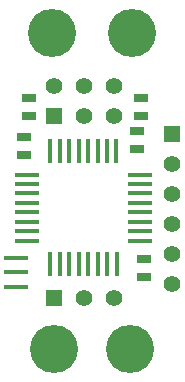
<source format=gts>
%FSLAX34Y34*%
G04 Gerber Fmt 3.4, Leading zero omitted, Abs format*
G04 (created by PCBNEW (2013-11-28 BZR 4510)-product) date Thu 12 Jun 2014 08:21:47 PM EDT*
%MOIN*%
G01*
G70*
G90*
G04 APERTURE LIST*
%ADD10C,0.005906*%
%ADD11R,0.078700X0.017700*%
%ADD12R,0.017700X0.078700*%
%ADD13R,0.055000X0.055000*%
%ADD14C,0.055000*%
%ADD15C,0.160000*%
%ADD16R,0.078740X0.015748*%
%ADD17R,0.045000X0.025000*%
G04 APERTURE END LIST*
G54D10*
G54D11*
X50254Y-37193D03*
X50254Y-36878D03*
X50254Y-36563D03*
X50254Y-36248D03*
X50254Y-35933D03*
X50254Y-35618D03*
X50254Y-35303D03*
X50254Y-34988D03*
X54020Y-34990D03*
X54020Y-37200D03*
X54020Y-36880D03*
X54020Y-36560D03*
X54020Y-36250D03*
X54020Y-35930D03*
X54020Y-35620D03*
X54020Y-35300D03*
G54D12*
X51038Y-34200D03*
X51352Y-34200D03*
X51668Y-34200D03*
X51982Y-34200D03*
X52298Y-34200D03*
X52612Y-34200D03*
X52928Y-34200D03*
X53242Y-34200D03*
X51040Y-37980D03*
X51350Y-37980D03*
X51670Y-37980D03*
X51980Y-37980D03*
X52290Y-37980D03*
X52610Y-37980D03*
X52930Y-37980D03*
X53250Y-37980D03*
G54D13*
X51150Y-39100D03*
G54D14*
X52150Y-39100D03*
X53150Y-39100D03*
G54D13*
X51150Y-33025D03*
G54D14*
X52150Y-33025D03*
X53150Y-33025D03*
X51150Y-32025D03*
X52150Y-32025D03*
X53150Y-32025D03*
G54D15*
X51090Y-30270D03*
X53750Y-30270D03*
X51170Y-40800D03*
X53700Y-40800D03*
G54D16*
X49900Y-38722D03*
X49900Y-38250D03*
X49900Y-37777D03*
G54D17*
X50175Y-34325D03*
X50175Y-33725D03*
X54175Y-37800D03*
X54175Y-38400D03*
X54075Y-33050D03*
X54075Y-32450D03*
G54D13*
X55100Y-33650D03*
G54D14*
X55100Y-34650D03*
X55100Y-35650D03*
X55100Y-36650D03*
X55100Y-37650D03*
X55100Y-38650D03*
G54D17*
X50325Y-33025D03*
X50325Y-32425D03*
X53925Y-34150D03*
X53925Y-33550D03*
M02*

</source>
